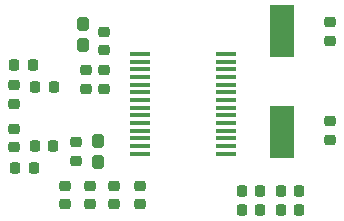
<source format=gtp>
G04 #@! TF.GenerationSoftware,KiCad,Pcbnew,(5.99.0-6951-g72beaf1538)*
G04 #@! TF.CreationDate,2020-12-13T17:26:36+11:00*
G04 #@! TF.ProjectId,ATM90E26_Breakout,41544d39-3045-4323-965f-427265616b6f,rev?*
G04 #@! TF.SameCoordinates,Original*
G04 #@! TF.FileFunction,Paste,Top*
G04 #@! TF.FilePolarity,Positive*
%FSLAX46Y46*%
G04 Gerber Fmt 4.6, Leading zero omitted, Abs format (unit mm)*
G04 Created by KiCad (PCBNEW (5.99.0-6951-g72beaf1538)) date 2020-12-13 17:26:36*
%MOMM*%
%LPD*%
G01*
G04 APERTURE LIST*
G04 Aperture macros list*
%AMRoundRect*
0 Rectangle with rounded corners*
0 $1 Rounding radius*
0 $2 $3 $4 $5 $6 $7 $8 $9 X,Y pos of 4 corners*
0 Add a 4 corners polygon primitive as box body*
4,1,4,$2,$3,$4,$5,$6,$7,$8,$9,$2,$3,0*
0 Add four circle primitives for the rounded corners*
1,1,$1+$1,$2,$3,0*
1,1,$1+$1,$4,$5,0*
1,1,$1+$1,$6,$7,0*
1,1,$1+$1,$8,$9,0*
0 Add four rect primitives between the rounded corners*
20,1,$1+$1,$2,$3,$4,$5,0*
20,1,$1+$1,$4,$5,$6,$7,0*
20,1,$1+$1,$6,$7,$8,$9,0*
20,1,$1+$1,$8,$9,$2,$3,0*%
G04 Aperture macros list end*
%ADD10RoundRect,0.218750X0.256250X-0.218750X0.256250X0.218750X-0.256250X0.218750X-0.256250X-0.218750X0*%
%ADD11RoundRect,0.218750X-0.256250X0.218750X-0.256250X-0.218750X0.256250X-0.218750X0.256250X0.218750X0*%
%ADD12R,2.000000X4.500000*%
%ADD13R,1.750000X0.450000*%
%ADD14RoundRect,0.250000X0.275000X-0.312500X0.275000X0.312500X-0.275000X0.312500X-0.275000X-0.312500X0*%
%ADD15RoundRect,0.218750X0.218750X0.256250X-0.218750X0.256250X-0.218750X-0.256250X0.218750X-0.256250X0*%
%ADD16RoundRect,0.218750X-0.218750X-0.256250X0.218750X-0.256250X0.218750X0.256250X-0.218750X0.256250X0*%
G04 APERTURE END LIST*
D10*
X161239000Y-105786500D03*
X161239000Y-104211500D03*
D11*
X161239000Y-95829100D03*
X161239000Y-97404100D03*
D12*
X157124000Y-105083000D03*
X157124000Y-96583000D03*
D13*
X145168000Y-98513000D03*
X145168000Y-99163000D03*
X145168000Y-99813000D03*
X145168000Y-100463000D03*
X145168000Y-101113000D03*
X145168000Y-101763000D03*
X145168000Y-102413000D03*
X145168000Y-103063000D03*
X145168000Y-103713000D03*
X145168000Y-104363000D03*
X145168000Y-105013000D03*
X145168000Y-105663000D03*
X145168000Y-106313000D03*
X145168000Y-106963000D03*
X152368000Y-106963000D03*
X152368000Y-106313000D03*
X152368000Y-105663000D03*
X152368000Y-105013000D03*
X152368000Y-104363000D03*
X152368000Y-103713000D03*
X152368000Y-103063000D03*
X152368000Y-102413000D03*
X152368000Y-101763000D03*
X152368000Y-101113000D03*
X152368000Y-100463000D03*
X152368000Y-99813000D03*
X152368000Y-99163000D03*
X152368000Y-98513000D03*
D14*
X140284000Y-97758100D03*
X140284000Y-95983100D03*
X141554000Y-107664500D03*
X141554000Y-105889500D03*
D11*
X139700000Y-105989500D03*
X139700000Y-107564500D03*
X140538000Y-99893500D03*
X140538000Y-101468500D03*
X142062000Y-96616500D03*
X142062000Y-98191500D03*
D10*
X142062000Y-101468500D03*
X142062000Y-99893500D03*
D15*
X158597500Y-110079000D03*
X157022500Y-110079000D03*
D16*
X153720500Y-110079000D03*
X155295500Y-110079000D03*
D15*
X158597500Y-111730000D03*
X157022500Y-111730000D03*
D16*
X153720500Y-111730000D03*
X155295500Y-111730000D03*
D10*
X134442000Y-102738500D03*
X134442000Y-101163500D03*
D15*
X137820500Y-101346000D03*
X136245500Y-101346000D03*
X137795500Y-106299000D03*
X136220500Y-106299000D03*
D10*
X134442000Y-106421500D03*
X134442000Y-104846500D03*
D15*
X136042500Y-99410600D03*
X134467500Y-99410600D03*
D16*
X134543500Y-108174000D03*
X136118500Y-108174000D03*
D11*
X140919000Y-109672500D03*
X140919000Y-111247500D03*
X142951000Y-109672500D03*
X142951000Y-111247500D03*
X138760000Y-109672500D03*
X138760000Y-111247500D03*
D10*
X145110000Y-111247500D03*
X145110000Y-109672500D03*
M02*

</source>
